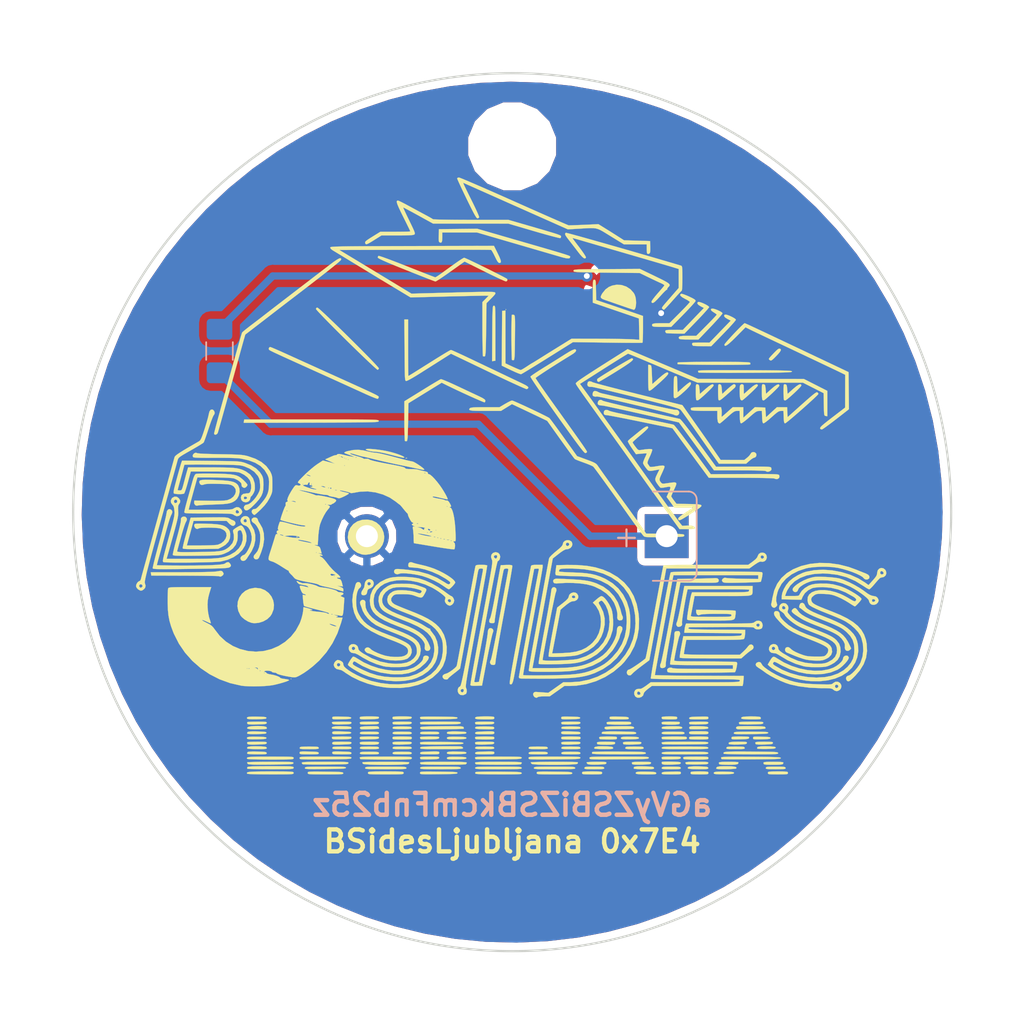
<source format=kicad_pcb>
(kicad_pcb (version 20171130) (host pcbnew "(5.0.2)-1")
  (layers (0 F.Cu signal hide) (31 B.Cu signal) (34 B.Paste user) (35 F.Paste user) (36 B.SilkS user) (37 F.SilkS user hide) (38 B.Mask user) (39 F.Mask user) (44 Edge.Cuts user))
  (net 0 "")
  (net 1 "Net-(BT1-Pad2)")
  (net 2 "Net-(BT1-Pad1)")
  (net 3 "Net-(D1-Pad2)")
  (module dragon:BatteryHolder_Keystone_106_1x20mm (layer B.Cu) (at 170.561 106.64 180)
    (fp_text reference BT1)
    (fp_text value Battery_Cell)
    (fp_text user + (at 2.75 0 180) (layer B.SilkS) (effects (font (size 1.5 1.5)) (justify mirror)))
    (pad 1 thru_hole rect (at 0 0 180) (size 3 3) (drill 1.5) (layers *.Cu *.Mask) (net 2 "Net-(BT1-Pad1)"))
    (pad 2 thru_hole circle (at 20.49 0 180) (size 3 3) (drill 1.5) (layers *.Cu *.Mask) (net 1 "Net-(BT1-Pad2)"))
  )
  (module dragon:LED_1206_3216Metric_Pad1.42x1.75mm_HandSolder_dragon (layer F.Cu) (at 167.64 90.13 160)
    (fp_text reference D1)
    (fp_text value LED)
    (pad 2 smd roundrect (at 1.4875 0 160) (size 1.425 1.75) (layers F.Cu F.Paste F.Mask) (roundrect_rratio 0.175439) (net 3 "Net-(D1-Pad2)"))
    (pad 1 smd roundrect (at -1.4875 0 160) (size 1.425 1.75) (layers F.Cu F.Paste F.Mask) (roundrect_rratio 0.175439) (net 1 "Net-(BT1-Pad2)"))
  )
  (module Resistor_SMD:R_1206_3216Metric_Pad1.42x1.75mm_HandSolder (layer B.Cu) (at 140 93.9875 270)
    (fp_text reference R1)
    (fp_text value R)
    (pad 1 smd roundrect (at -1.4875 0 270) (size 1.425 1.75) (layers B.Cu B.Paste B.Mask) (roundrect_rratio 0.175439) (net 3 "Net-(D1-Pad2)"))
    (pad 2 smd roundrect (at 1.4875 0 270) (size 1.425 1.75) (layers B.Cu B.Paste B.Mask) (roundrect_rratio 0.175439) (net 2 "Net-(BT1-Pad1)"))
  )
  (module dragon:dragon (layer F.Cu) (at 160 102.5)
    (fp_text reference G*** hide)
    (fp_text value LOGO hide)
  )
  (module dragon:MountingHole_5mm (layer F.Cu) (at 160 80)
    (fp_text reference REF**)
    (fp_text value MountingHole_5mm)
    (pad 1 np_thru_hole circle (at 0 0) (size 5 5) (drill 5) (layers *.Cu *.Mask))
  )
  (gr_text aGVyZSBiZSBkcmFnb25z (at 160 125) (layer B.SilkS) (effects (font (size 1.5 1.5) (thickness 0.3)) (justify mirror)))
  (gr_text "BSidesLjubljana 0x7E4" (at 160 127.5) (layer F.SilkS) (effects (font (size 1.5 1.5) (thickness 0.3))))
  (gr_circle (center 160 105) (end 190 105) (layer Edge.Cuts) (width 0.15))
  (segment (start 170.18 91.4) (end 170.18 91.4) (width 0.5) (layer B.Cu) (net 1))
  (via (at 170.18 91.4) (size 0.8) (drill 0.4) (layers F.Cu B.Cu) (net 1))
  (segment (start 169.418755 90.638755) (end 170.18 91.4) (width 0.5) (layer F.Cu) (net 1))
  (segment (start 169.037793 90.638755) (end 169.418755 90.638755) (width 0.5) (layer F.Cu) (net 1))
  (segment (start 175.4 96.62) (end 170.18 91.4) (width 0.5) (layer B.Cu) (net 1))
  (segment (start 175.4 116.4) (end 175.4 96.62) (width 0.5) (layer B.Cu) (net 1))
  (segment (start 157.2 116.4) (end 175.4 116.4) (width 0.5) (layer B.Cu) (net 1))
  (segment (start 150.071 106.64) (end 150.071 109.271) (width 0.5) (layer B.Cu) (net 1))
  (segment (start 150.071 109.271) (end 157.2 116.4) (width 0.5) (layer B.Cu) (net 1))
  (segment (start 143.5125 98.9875) (end 140 95.475) (width 0.5) (layer B.Cu) (net 2))
  (segment (start 157.6875 98.9875) (end 143.5125 98.9875) (width 0.5) (layer B.Cu) (net 2))
  (segment (start 170.561 106.64) (end 165.34 106.64) (width 0.5) (layer B.Cu) (net 2))
  (segment (start 165.34 106.64) (end 157.6875 98.9875) (width 0.5) (layer B.Cu) (net 2))
  (segment (start 165.1 88.86) (end 165.1 88.86) (width 0.5) (layer B.Cu) (net 3))
  (via (at 165.1 88.86) (size 0.8) (drill 0.4) (layers F.Cu B.Cu) (net 3))
  (segment (start 165.480962 88.86) (end 166.242207 89.621245) (width 0.5) (layer F.Cu) (net 3))
  (segment (start 165.1 88.86) (end 165.480962 88.86) (width 0.5) (layer F.Cu) (net 3))
  (segment (start 143.64 88.86) (end 140 92.5) (width 0.5) (layer B.Cu) (net 3))
  (segment (start 165.1 88.86) (end 143.64 88.86) (width 0.5) (layer B.Cu) (net 3))
  (zone (net 3) (net_name "Net-(D1-Pad2)") (layer F.Cu) (connect_pads (clearance 0.508)) (min_thickness 0.254) (fill yes (arc_segments 16) (thermal_gap 0.508) (thermal_bridge_width 0.508))
    (polygon (pts (xy 125 70) (xy 125 140) (xy 195 140) (xy 195 70)))
  )
  (zone (net 1) (net_name "Net-(BT1-Pad2)") (layer B.Cu) (connect_pads (clearance 0.508)) (min_thickness 0.254) (fill yes (arc_segments 16) (thermal_gap 0.508) (thermal_bridge_width 0.508))
    (polygon (pts (xy 125 70) (xy 195 70) (xy 195 140) (xy 125 140)))
  )
)
</source>
